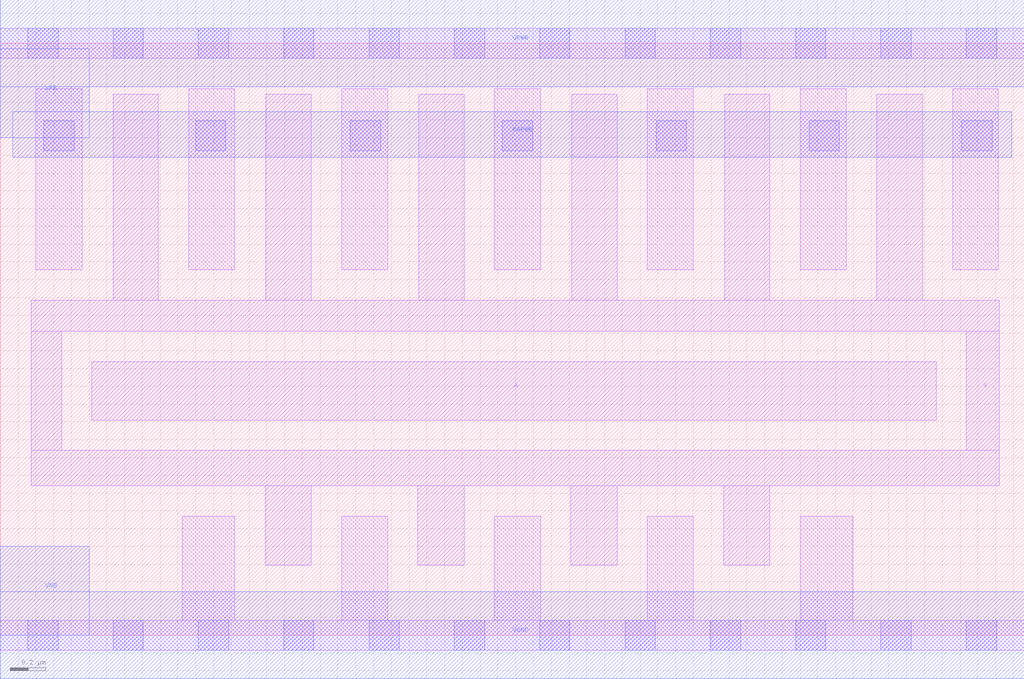
<source format=lef>
# Copyright 2020 The SkyWater PDK Authors
#
# Licensed under the Apache License, Version 2.0 (the "License");
# you may not use this file except in compliance with the License.
# You may obtain a copy of the License at
#
#     https://www.apache.org/licenses/LICENSE-2.0
#
# Unless required by applicable law or agreed to in writing, software
# distributed under the License is distributed on an "AS IS" BASIS,
# WITHOUT WARRANTIES OR CONDITIONS OF ANY KIND, either express or implied.
# See the License for the specific language governing permissions and
# limitations under the License.
#
# SPDX-License-Identifier: Apache-2.0

VERSION 5.5 ;
NAMESCASESENSITIVE ON ;
BUSBITCHARS "[]" ;
DIVIDERCHAR "/" ;
MACRO sky130_fd_sc_lp__invkapwr_8
  CLASS CORE ;
  SOURCE USER ;
  ORIGIN  0.000000  0.000000 ;
  SIZE  5.760000 BY  3.330000 ;
  SYMMETRY X Y ;
  SITE unit ;
  PIN A
    ANTENNAGATEAREA  2.772000 ;
    DIRECTION INPUT ;
    USE SIGNAL ;
    PORT
      LAYER li1 ;
        RECT 0.515000 1.210000 5.265000 1.540000 ;
    END
  END A
  PIN Y
    ANTENNADIFFAREA  2.587200 ;
    DIRECTION OUTPUT ;
    USE SIGNAL ;
    PORT
      LAYER li1 ;
        RECT 0.175000 0.840000 5.620000 1.040000 ;
        RECT 0.175000 1.040000 0.345000 1.710000 ;
        RECT 0.175000 1.710000 5.620000 1.885000 ;
        RECT 0.635000 1.885000 0.890000 3.045000 ;
        RECT 1.490000 0.395000 1.750000 0.840000 ;
        RECT 1.495000 1.885000 1.750000 3.045000 ;
        RECT 2.350000 0.395000 2.610000 0.840000 ;
        RECT 2.355000 1.885000 2.610000 3.045000 ;
        RECT 3.210000 0.395000 3.470000 0.840000 ;
        RECT 3.215000 1.885000 3.470000 3.045000 ;
        RECT 4.070000 0.395000 4.330000 0.840000 ;
        RECT 4.075000 1.885000 4.330000 3.045000 ;
        RECT 4.930000 1.885000 5.190000 3.045000 ;
        RECT 5.435000 1.040000 5.620000 1.710000 ;
    END
  END Y
  PIN KAPWR
    DIRECTION INOUT ;
    USE POWER ;
    PORT
      LAYER met1 ;
        RECT 0.070000 2.690000 5.690000 2.945000 ;
    END
  END KAPWR
  PIN VGND
    DIRECTION INOUT ;
    USE GROUND ;
    PORT
      LAYER met1 ;
        RECT 0.000000 -0.245000 5.760000 0.245000 ;
    END
  END VGND
  PIN VNB
    DIRECTION INOUT ;
    USE GROUND ;
    PORT
      LAYER met1 ;
        RECT 0.000000 0.000000 0.500000 0.500000 ;
    END
  END VNB
  PIN VPB
    DIRECTION INOUT ;
    USE POWER ;
    PORT
      LAYER met1 ;
        RECT 0.000000 2.800000 0.500000 3.300000 ;
    END
  END VPB
  PIN VPWR
    DIRECTION INOUT ;
    USE POWER ;
    PORT
      LAYER met1 ;
        RECT 0.000000 3.085000 5.760000 3.575000 ;
    END
  END VPWR
  OBS
    LAYER li1 ;
      RECT 0.000000 -0.085000 5.760000 0.085000 ;
      RECT 0.000000  3.245000 5.760000 3.415000 ;
      RECT 0.200000  2.055000 0.460000 3.075000 ;
      RECT 1.025000  0.085000 1.320000 0.670000 ;
      RECT 1.060000  2.055000 1.320000 3.075000 ;
      RECT 1.920000  0.085000 2.180000 0.670000 ;
      RECT 1.920000  2.055000 2.180000 3.075000 ;
      RECT 2.780000  0.085000 3.040000 0.670000 ;
      RECT 2.780000  2.055000 3.040000 3.075000 ;
      RECT 3.640000  0.085000 3.900000 0.670000 ;
      RECT 3.640000  2.055000 3.900000 3.075000 ;
      RECT 4.500000  0.085000 4.795000 0.670000 ;
      RECT 4.500000  2.055000 4.760000 3.075000 ;
      RECT 5.360000  2.055000 5.615000 3.075000 ;
    LAYER mcon ;
      RECT 0.155000 -0.085000 0.325000 0.085000 ;
      RECT 0.155000  3.245000 0.325000 3.415000 ;
      RECT 0.245000  2.725000 0.415000 2.895000 ;
      RECT 0.635000 -0.085000 0.805000 0.085000 ;
      RECT 0.635000  3.245000 0.805000 3.415000 ;
      RECT 1.100000  2.725000 1.270000 2.895000 ;
      RECT 1.115000 -0.085000 1.285000 0.085000 ;
      RECT 1.115000  3.245000 1.285000 3.415000 ;
      RECT 1.595000 -0.085000 1.765000 0.085000 ;
      RECT 1.595000  3.245000 1.765000 3.415000 ;
      RECT 1.970000  2.725000 2.140000 2.895000 ;
      RECT 2.075000 -0.085000 2.245000 0.085000 ;
      RECT 2.075000  3.245000 2.245000 3.415000 ;
      RECT 2.555000 -0.085000 2.725000 0.085000 ;
      RECT 2.555000  3.245000 2.725000 3.415000 ;
      RECT 2.825000  2.725000 2.995000 2.895000 ;
      RECT 3.035000 -0.085000 3.205000 0.085000 ;
      RECT 3.035000  3.245000 3.205000 3.415000 ;
      RECT 3.515000 -0.085000 3.685000 0.085000 ;
      RECT 3.515000  3.245000 3.685000 3.415000 ;
      RECT 3.690000  2.725000 3.860000 2.895000 ;
      RECT 3.995000 -0.085000 4.165000 0.085000 ;
      RECT 3.995000  3.245000 4.165000 3.415000 ;
      RECT 4.475000 -0.085000 4.645000 0.085000 ;
      RECT 4.475000  3.245000 4.645000 3.415000 ;
      RECT 4.550000  2.725000 4.720000 2.895000 ;
      RECT 4.955000 -0.085000 5.125000 0.085000 ;
      RECT 4.955000  3.245000 5.125000 3.415000 ;
      RECT 5.410000  2.725000 5.580000 2.895000 ;
      RECT 5.435000 -0.085000 5.605000 0.085000 ;
      RECT 5.435000  3.245000 5.605000 3.415000 ;
  END
END sky130_fd_sc_lp__invkapwr_8

</source>
